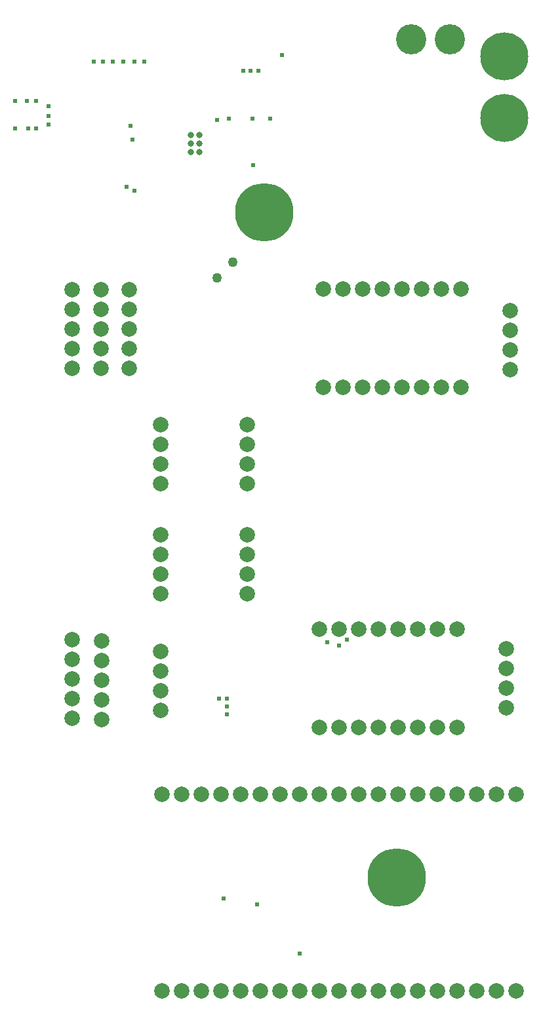
<source format=gbr>
%TF.GenerationSoftware,Altium Limited,Altium Designer,23.0.1 (38)*%
G04 Layer_Color=16711935*
%FSLAX45Y45*%
%MOMM*%
%TF.SameCoordinates,0946520A-43BC-435E-BA57-7B8340C501A0*%
%TF.FilePolarity,Negative*%
%TF.FileFunction,Soldermask,Bot*%
%TF.Part,Single*%
G01*
G75*
%TA.AperFunction,ViaPad*%
%ADD40C,0.60960*%
%ADD42C,1.27000*%
%TA.AperFunction,ComponentPad*%
%ADD58C,2.00320*%
%ADD59C,7.54000*%
%ADD60C,6.20320*%
%ADD61C,3.90640*%
%TA.AperFunction,ViaPad*%
%ADD62C,0.81280*%
D40*
X2921000Y11569700D02*
D03*
X2768600Y11557000D02*
D03*
X3225800Y11569700D02*
D03*
X3454400D02*
D03*
X3835400Y787400D02*
D03*
X3289300Y1422400D02*
D03*
X2857500Y1498600D02*
D03*
X1701800Y10642600D02*
D03*
X4445000Y4838700D02*
D03*
X4193308Y4812130D02*
D03*
X4343400Y4762500D02*
D03*
X2794000Y4076700D02*
D03*
X2895600Y3873500D02*
D03*
Y3975100D02*
D03*
Y4076700D02*
D03*
X3606800Y12395200D02*
D03*
X3238500Y10972800D02*
D03*
X1676400Y11303000D02*
D03*
X1600200Y10693400D02*
D03*
X596900Y11493500D02*
D03*
Y11607800D02*
D03*
Y11734800D02*
D03*
X165100Y11442700D02*
D03*
X330200D02*
D03*
X431800D02*
D03*
Y11798300D02*
D03*
X317500D02*
D03*
X165100D02*
D03*
X1828800Y12306300D02*
D03*
X1701800D02*
D03*
X1562100D02*
D03*
X1422400D02*
D03*
X1295400D02*
D03*
X1181100D02*
D03*
X3302000Y12192000D02*
D03*
X3200400D02*
D03*
X3111500D02*
D03*
X1651000Y11480800D02*
D03*
D42*
X2974998Y9721595D02*
D03*
X2771798Y9518395D02*
D03*
D58*
X901700Y8343900D02*
D03*
X4089400Y304800D02*
D03*
X901700Y8851900D02*
D03*
X3835400Y304800D02*
D03*
X901700Y9359900D02*
D03*
X4597400Y304800D02*
D03*
X901700Y8597900D02*
D03*
Y9105900D02*
D03*
X2044700Y6858000D02*
D03*
Y7112000D02*
D03*
Y7366000D02*
D03*
Y7620000D02*
D03*
X3162300Y6858000D02*
D03*
Y7112000D02*
D03*
Y7366000D02*
D03*
Y7620000D02*
D03*
Y5435600D02*
D03*
Y5689600D02*
D03*
Y5943600D02*
D03*
Y6197600D02*
D03*
X6629400Y304800D02*
D03*
X6375400Y304800D02*
D03*
X6121400D02*
D03*
X5867400D02*
D03*
X5613400D02*
D03*
X5359400Y304800D02*
D03*
X5105400Y304800D02*
D03*
X4851400D02*
D03*
X4343400Y304800D02*
D03*
X3581400Y304800D02*
D03*
X3327400D02*
D03*
X3073400Y304800D02*
D03*
X2819400Y304800D02*
D03*
X2565400D02*
D03*
X2311400D02*
D03*
X2057400Y304800D02*
D03*
Y2844799D02*
D03*
X2311400Y2844800D02*
D03*
X2565400D02*
D03*
X2819400D02*
D03*
X3073400Y2844799D02*
D03*
X3327400Y2844800D02*
D03*
X3581400D02*
D03*
X3835400D02*
D03*
X4089400D02*
D03*
X4343400Y2844799D02*
D03*
X4597400Y2844800D02*
D03*
X4851400D02*
D03*
X5105400D02*
D03*
X5359400Y2844799D02*
D03*
X5613400Y2844800D02*
D03*
X5867400D02*
D03*
X6121400D02*
D03*
X6375400D02*
D03*
X6629400Y2844799D02*
D03*
X2044700Y6197600D02*
D03*
Y5943600D02*
D03*
Y5689600D02*
D03*
Y5435600D02*
D03*
X1638300Y9359900D02*
D03*
Y8343900D02*
D03*
Y8597900D02*
D03*
Y8851900D02*
D03*
Y9105900D02*
D03*
X2044700Y3924300D02*
D03*
Y4178300D02*
D03*
Y4432300D02*
D03*
Y4686300D02*
D03*
X6553200Y9093200D02*
D03*
Y8839199D02*
D03*
Y8585200D02*
D03*
Y8331200D02*
D03*
X6502400Y4724400D02*
D03*
Y4470400D02*
D03*
Y4216400D02*
D03*
Y3962400D02*
D03*
X1282700Y4572000D02*
D03*
Y4318000D02*
D03*
Y4064000D02*
D03*
Y3810000D02*
D03*
Y4826000D02*
D03*
X1270000Y9105900D02*
D03*
Y8851900D02*
D03*
Y8597900D02*
D03*
Y8343900D02*
D03*
Y9359900D02*
D03*
X901700Y4076700D02*
D03*
Y4330700D02*
D03*
Y4584700D02*
D03*
Y4838700D02*
D03*
Y3822700D02*
D03*
X4140200Y9372600D02*
D03*
X4394200D02*
D03*
X4648200D02*
D03*
X4902200D02*
D03*
X5156200D02*
D03*
X5410200D02*
D03*
X5664200D02*
D03*
X5918200D02*
D03*
Y8102600D02*
D03*
X5664200Y8102600D02*
D03*
X5410200Y8102600D02*
D03*
X5156200D02*
D03*
X4902200D02*
D03*
X4648200Y8102600D02*
D03*
X4394200Y8102600D02*
D03*
X4140200D02*
D03*
X4089400Y3708400D02*
D03*
X4343400D02*
D03*
X4597400D02*
D03*
X4851400D02*
D03*
X5105400D02*
D03*
X5359400D02*
D03*
X5613400D02*
D03*
X5867400D02*
D03*
Y4978400D02*
D03*
X5613400D02*
D03*
X5359399Y4978400D02*
D03*
X5105400D02*
D03*
X4851400Y4978400D02*
D03*
X4597400D02*
D03*
X4343400Y4978400D02*
D03*
X4089400D02*
D03*
D59*
X5092700Y1765300D02*
D03*
X3378200Y10363200D02*
D03*
D60*
X6477000Y11582400D02*
D03*
Y12382400D02*
D03*
D61*
X5778500Y12598400D02*
D03*
X5278500D02*
D03*
D62*
X2428400Y11362200D02*
D03*
X2538401Y11362200D02*
D03*
X2428400Y11252200D02*
D03*
X2538400D02*
D03*
X2428400Y11142200D02*
D03*
X2538400D02*
D03*
%TF.MD5,207562880ca50cc906cbaa052df89199*%
M02*

</source>
